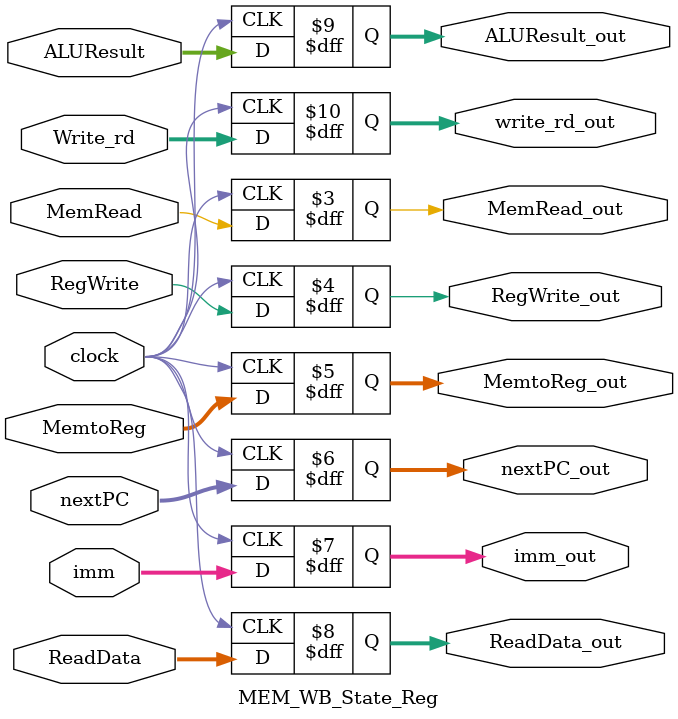
<source format=v>
module IF_ID_State_Reg(
    input                   clock,IF_Flush, IF_ID_Write,
    input       [31:0]      currPC,
    input       [31:0]      nextPC,
    input       [31:0]      Instruct,
    output reg  [31:0]      currPC_out,
    output reg  [31:0]      nextPC_out,
    output reg  [31:0]      Instruct_out
);

    initial begin
        currPC_out = 0; 
        nextPC_out = 0; 
        Instruct_out = 0;
    end

    always @ (posedge clock) begin
        if(IF_Flush == 1'b1)begin
            Instruct_out<=0;
            currPC_out <= 0; 
            nextPC_out <= 0; 
        end
        else if(IF_ID_Write == 1'b1)begin
            currPC_out <= currPC;
            nextPC_out<= nextPC;
            Instruct_out <= Instruct;
        end


    end
    
endmodule

module ID_EX_State_Reg(
    input                   clock,
    //control unit
    input                   RegWrite,   //WB
    input       [1:0]       MemtoReg,   //WB
    input                   MemRead,    //MEM
    input                   MemWrite,   //MEM
    input                   Jump,       //EX
    input                   ALUSrc,     //EX
    input       [1:0]       ALUOp,      //EX
    input       [31:0]      nextPC,
    input       [31:0]      crntPC,
    input       [31:0]      Read_rs1,
    input       [31:0]      Read_rs2,
    input       [4:0]       Reg_rs1_addr,
    input       [4:0]       Reg_rs2_addr,
    input       [31:0]      Imm_Gen,
    input       [4:0]       Write_rd,
    input       [3:0]       ALU_Instruct,
    output reg              RegWrite_out,   //WB
    output reg  [1:0]       MemtoReg_out,   //WB
    output reg              MemRead_out,    //MEM
    output reg              MemWrite_out,   //MEM
    output reg              Jump_out,       //EX
    output reg              ALUSrc_out,     //EX
    output reg  [1:0]       ALUOp_out,      //EX
    output reg  [31:0]      crntPC_out,
    output reg  [31:0]      nextPC_out,
    output reg  [31:0]      Read_rs1_out,
    output reg  [31:0]      Read_rs2_out,
    output reg  [4:0]       Reg_rs1_addr_out, //Bug_01
    output reg  [4:0]       Reg_rs2_addr_out, //Bug_01
    output reg  [31:0]      Imm_Gen_out,
    output reg  [4:0]       write_rd_out,
    output reg  [3:0]       ALU_Instruct_out
);

    initial begin
        RegWrite_out = 0; MemtoReg_out = 0; MemRead_out = 0; MemWrite_out = 0; Jump_out = 0; ALUSrc_out = 0; Reg_rs1_addr_out=0;Reg_rs2_addr_out=0;
        ALUOp_out = 0; crntPC_out = 0; nextPC_out = 0; Read_rs1_out = 0; Read_rs2_out = 0; Imm_Gen_out = 0; write_rd_out = 0; ALU_Instruct_out = 0;
    end

    always @ (posedge clock) begin
        RegWrite_out    <= RegWrite;
        MemtoReg_out    <= MemtoReg;
        MemRead_out     <= MemRead;
        MemWrite_out    <= MemWrite;
        Reg_rs1_addr_out<= Reg_rs1_addr;
        Reg_rs2_addr_out<= Reg_rs2_addr;
        Jump_out        <= Jump;
        ALUSrc_out      <= ALUSrc;
        ALUOp_out       <= ALUOp;
        crntPC_out      <= crntPC;
        nextPC_out      <= nextPC;
        Read_rs1_out     <= Read_rs1;
        Read_rs2_out     <= Read_rs2;
        write_rd_out      <= Write_rd;
        Imm_Gen_out     <= Imm_Gen;
        ALU_Instruct_out <= ALU_Instruct;
    end

endmodule

module EX_MEM_State_Reg(
    input                   clock,
    input                   RegWrite,   //WB
    input       [1:0]       MemtoReg,   //WB
    input                   MemRead,    //MEM
    input                   MemWrite,   //MEM
    input       [31:0]      imm,
    input       [31:0]      nextPC,
    input       [31:0]      ALUResult,
    input       [31:0]      ForwardB,
    input       [4:0]       Reg_rs2_addr,
    input       [2:0]       Funct3,
    input       [4:0]       Write_rd,
    output reg              RegWrite_out,   //WB
    output reg  [1:0]       MemtoReg_out,   //WB
    output reg              MemRead_out,    //MEM
    output reg              MemWrite_out,   //MEM
    output reg  [31:0]      imm_out,
    output reg  [31:0]      nextPC_out,
    output reg  [31:0]      ALUResult_out,
    output reg  [31:0]      ForwardB_out,
    output reg  [2:0]       Funct3_out,
    output reg  [4:0]       write_rd_out,
    output reg  [4:0]       Reg_rs2_addr_out
);

    initial begin
        RegWrite_out = 0; MemtoReg_out = 0; MemRead_out = 0; MemWrite_out = 0;  nextPC_out = 0;imm_out=0;
        ALUResult_out = 0;  Funct3_out = 0;write_rd_out = 0;Reg_rs2_addr_out=0;
    end

    always @ (posedge clock) begin
        RegWrite_out    <= RegWrite;
        MemtoReg_out    <= MemtoReg;
        MemRead_out     <= MemRead;
        MemWrite_out    <= MemWrite;
        Reg_rs2_addr_out <= Reg_rs2_addr;
        nextPC_out      <= nextPC;
        ALUResult_out   <= ALUResult;
        imm_out <= imm;
        Funct3_out      <= Funct3;
        write_rd_out      <= Write_rd;
    end

endmodule

module MEM_WB_State_Reg(
    input                   clock,
    input                   MemRead,
    input                   RegWrite,   //WB
    input       [1:0]       MemtoReg,   //WB
    input       [31:0]      nextPC,
    input       [31:0]      imm,
    input       [31:0]      ReadData,
    input       [31:0]      ALUResult,
    input       [4:0]       Write_rd,
    output reg              MemRead_out,
    output reg              RegWrite_out,   //WB
    output reg  [1:0]       MemtoReg_out,   //WB
    output reg  [31:0]      nextPC_out,
    output reg  [31:0]      imm_out,
    output reg  [31:0]      ReadData_out,
    output reg  [31:0]      ALUResult_out,
    output reg  [4:0]       write_rd_out
);

    initial begin
        RegWrite_out = 0; MemtoReg_out = 0; ReadData_out = 0; ALUResult_out = 0; write_rd_out = 0; nextPC_out=0;MemRead_out=0;imm_out=0;
    end
    
    always @ (posedge clock) begin
        MemRead_out     <= MemRead;
        RegWrite_out    <= RegWrite;
        MemtoReg_out    <= MemtoReg;
        nextPC_out      <= nextPC;
        imm_out         <= imm;
        ReadData_out    <= ReadData;
        ALUResult_out   <= ALUResult;
        write_rd_out      <= Write_rd;
    end

endmodule

</source>
